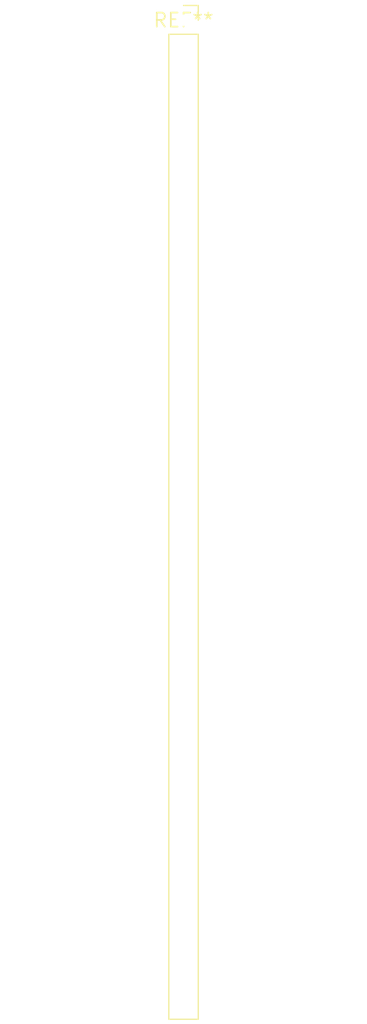
<source format=kicad_pcb>
(kicad_pcb (version 20240108) (generator pcbnew)
  (layers (0 "F.Cu" signal) (31 "B.Cu" signal) (34 "B.Paste" user) (35 "F.Paste" user) (36 "B.SilkS" user "B.Silkscreen") (37 "F.SilkS" user "F.Silkscreen") (38 "B.Mask" user) (39 "F.Mask" user) (44 "Edge.Cuts" user))
  (net 0 "")
  (footprint "PinSocket_1x36_P2.54mm_Vertical" (layer "F.Cu") (at 0 0)
    (property "Reference" "REF**")
    (property "Value" "PinSocket_1x36_P2.54mm_Vertical")
    (fp_line (start -1.33 1.27) (end -1.33 90.23) (layer "F.SilkS") (stroke (width 0.12)))
    (fp_line (start -1.33 1.27) (end 1.33 1.27) (layer "F.SilkS") (stroke (width 0.12)))
    (fp_line (start -1.33 90.23) (end 1.33 90.23) (layer "F.SilkS") (stroke (width 0.12)))
    (fp_line (start 0 -1.33) (end 1.33 -1.33) (layer "F.SilkS") (stroke (width 0.12)))
    (fp_line (start 1.33 -1.33) (end 1.33 0) (layer "F.SilkS") (stroke (width 0.12)))
    (fp_line (start 1.33 1.27) (end 1.33 90.23) (layer "F.SilkS") (stroke (width 0.12)))
    (pad "1" thru_hole rect (at 0 0) (size 1.7 1.7) (drill 1) (layers *.Cu *.Mask) (remove_unused_layers))
    (pad "2" thru_hole oval (at 0 2.54) (size 1.7 1.7) (drill 1) (layers *.Cu *.Mask) (remove_unused_layers))
    (pad "3" thru_hole oval (at 0 5.08) (size 1.7 1.7) (drill 1) (layers *.Cu *.Mask) (remove_unused_layers))
    (pad "4" thru_hole oval (at 0 7.62) (size 1.7 1.7) (drill 1) (layers *.Cu *.Mask) (remove_unused_layers))
    (pad "5" thru_hole oval (at 0 10.16) (size 1.7 1.7) (drill 1) (layers *.Cu *.Mask) (remove_unused_layers))
    (pad "6" thru_hole oval (at 0 12.7) (size 1.7 1.7) (drill 1) (layers *.Cu *.Mask) (remove_unused_layers))
    (pad "7" thru_hole oval (at 0 15.24) (size 1.7 1.7) (drill 1) (layers *.Cu *.Mask) (remove_unused_layers))
    (pad "8" thru_hole oval (at 0 17.78) (size 1.7 1.7) (drill 1) (layers *.Cu *.Mask) (remove_unused_layers))
    (pad "9" thru_hole oval (at 0 20.32) (size 1.7 1.7) (drill 1) (layers *.Cu *.Mask) (remove_unused_layers))
    (pad "10" thru_hole oval (at 0 22.86) (size 1.7 1.7) (drill 1) (layers *.Cu *.Mask) (remove_unused_layers))
    (pad "11" thru_hole oval (at 0 25.4) (size 1.7 1.7) (drill 1) (layers *.Cu *.Mask) (remove_unused_layers))
    (pad "12" thru_hole oval (at 0 27.94) (size 1.7 1.7) (drill 1) (layers *.Cu *.Mask) (remove_unused_layers))
    (pad "13" thru_hole oval (at 0 30.48) (size 1.7 1.7) (drill 1) (layers *.Cu *.Mask) (remove_unused_layers))
    (pad "14" thru_hole oval (at 0 33.02) (size 1.7 1.7) (drill 1) (layers *.Cu *.Mask) (remove_unused_layers))
    (pad "15" thru_hole oval (at 0 35.56) (size 1.7 1.7) (drill 1) (layers *.Cu *.Mask) (remove_unused_layers))
    (pad "16" thru_hole oval (at 0 38.1) (size 1.7 1.7) (drill 1) (layers *.Cu *.Mask) (remove_unused_layers))
    (pad "17" thru_hole oval (at 0 40.64) (size 1.7 1.7) (drill 1) (layers *.Cu *.Mask) (remove_unused_layers))
    (pad "18" thru_hole oval (at 0 43.18) (size 1.7 1.7) (drill 1) (layers *.Cu *.Mask) (remove_unused_layers))
    (pad "19" thru_hole oval (at 0 45.72) (size 1.7 1.7) (drill 1) (layers *.Cu *.Mask) (remove_unused_layers))
    (pad "20" thru_hole oval (at 0 48.26) (size 1.7 1.7) (drill 1) (layers *.Cu *.Mask) (remove_unused_layers))
    (pad "21" thru_hole oval (at 0 50.8) (size 1.7 1.7) (drill 1) (layers *.Cu *.Mask) (remove_unused_layers))
    (pad "22" thru_hole oval (at 0 53.34) (size 1.7 1.7) (drill 1) (layers *.Cu *.Mask) (remove_unused_layers))
    (pad "23" thru_hole oval (at 0 55.88) (size 1.7 1.7) (drill 1) (layers *.Cu *.Mask) (remove_unused_layers))
    (pad "24" thru_hole oval (at 0 58.42) (size 1.7 1.7) (drill 1) (layers *.Cu *.Mask) (remove_unused_layers))
    (pad "25" thru_hole oval (at 0 60.96) (size 1.7 1.7) (drill 1) (layers *.Cu *.Mask) (remove_unused_layers))
    (pad "26" thru_hole oval (at 0 63.5) (size 1.7 1.7) (drill 1) (layers *.Cu *.Mask) (remove_unused_layers))
    (pad "27" thru_hole oval (at 0 66.04) (size 1.7 1.7) (drill 1) (layers *.Cu *.Mask) (remove_unused_layers))
    (pad "28" thru_hole oval (at 0 68.58) (size 1.7 1.7) (drill 1) (layers *.Cu *.Mask) (remove_unused_layers))
    (pad "29" thru_hole oval (at 0 71.12) (size 1.7 1.7) (drill 1) (layers *.Cu *.Mask) (remove_unused_layers))
    (pad "30" thru_hole oval (at 0 73.66) (size 1.7 1.7) (drill 1) (layers *.Cu *.Mask) (remove_unused_layers))
    (pad "31" thru_hole oval (at 0 76.2) (size 1.7 1.7) (drill 1) (layers *.Cu *.Mask) (remove_unused_layers))
    (pad "32" thru_hole oval (at 0 78.74) (size 1.7 1.7) (drill 1) (layers *.Cu *.Mask) (remove_unused_layers))
    (pad "33" thru_hole oval (at 0 81.28) (size 1.7 1.7) (drill 1) (layers *.Cu *.Mask) (remove_unused_layers))
    (pad "34" thru_hole oval (at 0 83.82) (size 1.7 1.7) (drill 1) (layers *.Cu *.Mask) (remove_unused_layers))
    (pad "35" thru_hole oval (at 0 86.36) (size 1.7 1.7) (drill 1) (layers *.Cu *.Mask) (remove_unused_layers))
    (pad "36" thru_hole oval (at 0 88.9) (size 1.7 1.7) (drill 1) (layers *.Cu *.Mask) (remove_unused_layers))
  )
)
</source>
